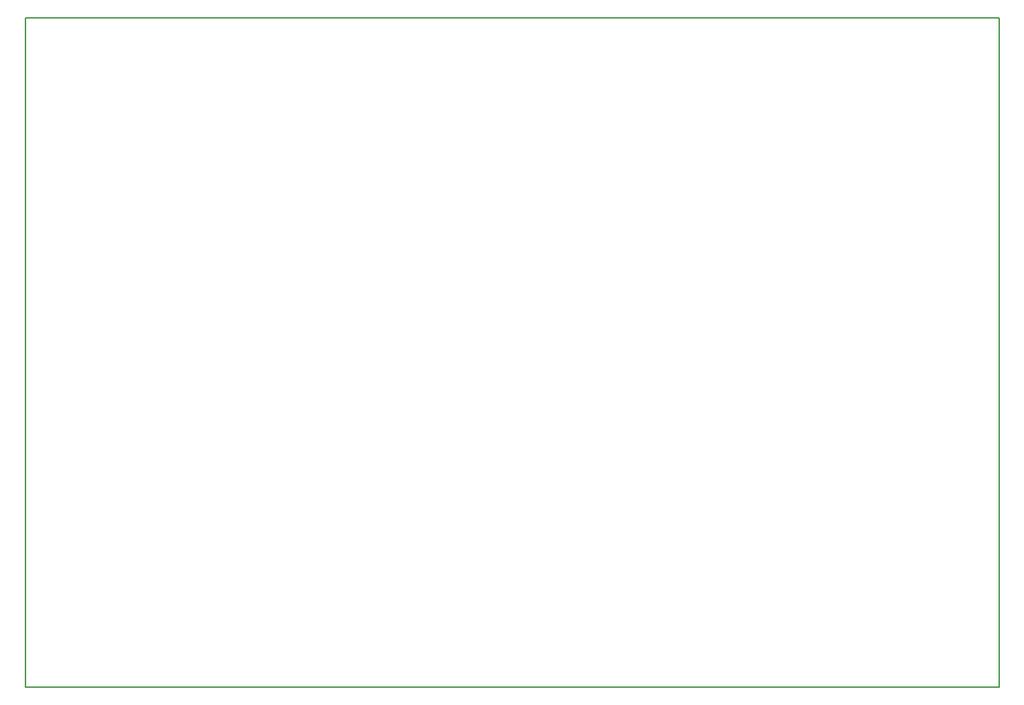
<source format=gbo>
G04 MADE WITH FRITZING*
G04 WWW.FRITZING.ORG*
G04 DOUBLE SIDED*
G04 HOLES PLATED*
G04 CONTOUR ON CENTER OF CONTOUR VECTOR*
%ASAXBY*%
%FSLAX23Y23*%
%MOIN*%
%OFA0B0*%
%SFA1.0B1.0*%
%ADD10R,4.722250X3.254110X4.706250X3.238110*%
%ADD11C,0.008000*%
%LNSILK0*%
G90*
G70*
G54D11*
X4Y3250D02*
X4718Y3250D01*
X4718Y4D01*
X4Y4D01*
X4Y3250D01*
D02*
G04 End of Silk0*
M02*
</source>
